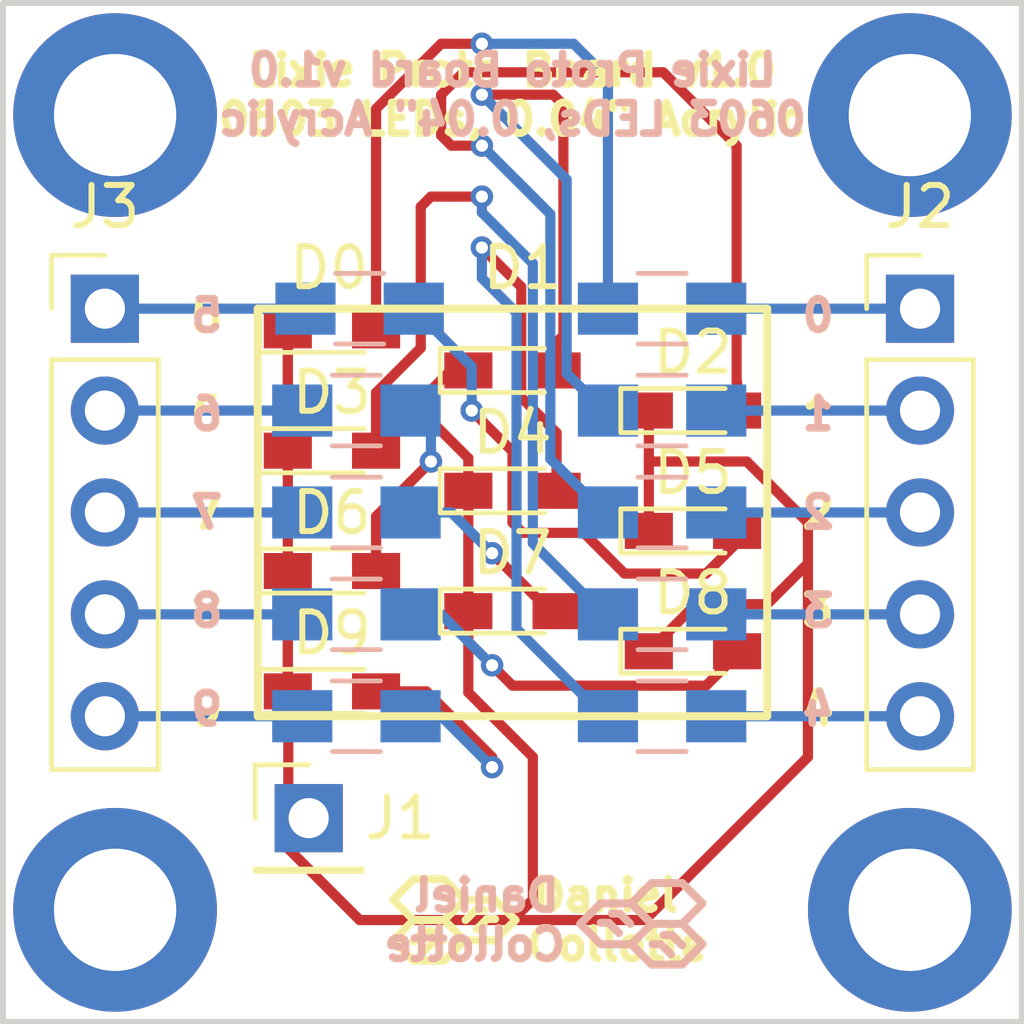
<source format=kicad_pcb>
(kicad_pcb (version 4) (host pcbnew 4.0.6)

  (general
    (links 30)
    (no_connects 0)
    (area 88.824999 91.364999 114.375001 116.915001)
    (thickness 1.6)
    (drawings 64)
    (tracks 134)
    (zones 0)
    (modules 23)
    (nets 22)
  )

  (page A4)
  (layers
    (0 F.Cu signal hide)
    (31 B.Cu signal)
    (32 B.Adhes user)
    (33 F.Adhes user hide)
    (34 B.Paste user)
    (35 F.Paste user hide)
    (36 B.SilkS user)
    (37 F.SilkS user)
    (38 B.Mask user)
    (39 F.Mask user hide)
    (40 Dwgs.User user)
    (41 Cmts.User user)
    (42 Eco1.User user)
    (43 Eco2.User user hide)
    (44 Edge.Cuts user)
    (45 Margin user)
    (46 B.CrtYd user)
    (47 F.CrtYd user hide)
    (48 B.Fab user hide)
    (49 F.Fab user)
  )

  (setup
    (last_trace_width 0.254)
    (user_trace_width 0.1524)
    (user_trace_width 0.254)
    (trace_clearance 0.1524)
    (zone_clearance 0.508)
    (zone_45_only no)
    (trace_min 0.1524)
    (segment_width 0.2)
    (edge_width 0.15)
    (via_size 0.5588)
    (via_drill 0.3048)
    (via_min_size 0.508)
    (via_min_drill 0.254)
    (user_via 0.5588 0.3048)
    (user_via 5.08 3.048)
    (uvia_size 0.3)
    (uvia_drill 0.1)
    (uvias_allowed no)
    (uvia_min_size 0.2)
    (uvia_min_drill 0.1)
    (pcb_text_width 0.3)
    (pcb_text_size 1.5 1.5)
    (mod_edge_width 0.15)
    (mod_text_size 1 1)
    (mod_text_width 0.15)
    (pad_size 1.524 1.524)
    (pad_drill 0.762)
    (pad_to_mask_clearance 0.2)
    (aux_axis_origin 88.9 116.84)
    (grid_origin 88.9 116.84)
    (visible_elements 7FFEB2DF)
    (pcbplotparams
      (layerselection 0x01030_80000001)
      (usegerberextensions false)
      (excludeedgelayer true)
      (linewidth 0.100000)
      (plotframeref false)
      (viasonmask false)
      (mode 1)
      (useauxorigin false)
      (hpglpennumber 1)
      (hpglpenspeed 20)
      (hpglpendiameter 15)
      (hpglpenoverlay 2)
      (psnegative false)
      (psa4output false)
      (plotreference true)
      (plotvalue true)
      (plotinvisibletext false)
      (padsonsilk false)
      (subtractmaskfromsilk false)
      (outputformat 1)
      (mirror false)
      (drillshape 0)
      (scaleselection 1)
      (outputdirectory R:/Dropbox/Lixie_Test/Gerbers/))
  )

  (net 0 "")
  (net 1 GND)
  (net 2 "Net-(D1-Pad2)")
  (net 3 "Net-(D2-Pad2)")
  (net 4 "Net-(D3-Pad2)")
  (net 5 "Net-(D4-Pad2)")
  (net 6 "Net-(D5-Pad2)")
  (net 7 "Net-(D6-Pad2)")
  (net 8 "Net-(D7-Pad2)")
  (net 9 "Net-(D8-Pad2)")
  (net 10 "Net-(D9-Pad2)")
  (net 11 "Net-(D0-Pad2)")
  (net 12 "Net-(J2-Pad1)")
  (net 13 "Net-(J2-Pad2)")
  (net 14 "Net-(J2-Pad3)")
  (net 15 "Net-(J2-Pad4)")
  (net 16 "Net-(J2-Pad5)")
  (net 17 "Net-(J3-Pad1)")
  (net 18 "Net-(J3-Pad2)")
  (net 19 "Net-(J3-Pad3)")
  (net 20 "Net-(J3-Pad4)")
  (net 21 "Net-(J3-Pad5)")

  (net_class Default "This is the default net class."
    (clearance 0.1524)
    (trace_width 0.254)
    (via_dia 0.5588)
    (via_drill 0.3048)
    (uvia_dia 0.3)
    (uvia_drill 0.1)
    (add_net GND)
    (add_net "Net-(D0-Pad2)")
    (add_net "Net-(D1-Pad2)")
    (add_net "Net-(D2-Pad2)")
    (add_net "Net-(D3-Pad2)")
    (add_net "Net-(D4-Pad2)")
    (add_net "Net-(D5-Pad2)")
    (add_net "Net-(D6-Pad2)")
    (add_net "Net-(D7-Pad2)")
    (add_net "Net-(D8-Pad2)")
    (add_net "Net-(D9-Pad2)")
    (add_net "Net-(J2-Pad1)")
    (add_net "Net-(J2-Pad2)")
    (add_net "Net-(J2-Pad3)")
    (add_net "Net-(J2-Pad4)")
    (add_net "Net-(J2-Pad5)")
    (add_net "Net-(J3-Pad1)")
    (add_net "Net-(J3-Pad2)")
    (add_net "Net-(J3-Pad3)")
    (add_net "Net-(J3-Pad4)")
    (add_net "Net-(J3-Pad5)")
  )

  (module LEDs:LED_0603_HandSoldering (layer F.Cu) (tedit 597D1DBB) (tstamp 597D0BC2)
    (at 101.6 100.6)
    (descr "LED SMD 0603, hand soldering")
    (tags "LED 0603")
    (path /597CDB6D)
    (attr smd)
    (fp_text reference D1 (at 0.254 -2.556) (layer F.SilkS)
      (effects (font (size 1 1) (thickness 0.15)))
    )
    (fp_text value LED (at 0 1.55) (layer F.Fab)
      (effects (font (size 1 1) (thickness 0.15)))
    )
    (fp_line (start -1.8 -0.55) (end -1.8 0.55) (layer F.SilkS) (width 0.12))
    (fp_line (start -0.2 -0.2) (end -0.2 0.2) (layer F.Fab) (width 0.1))
    (fp_line (start -0.15 0) (end 0.15 -0.2) (layer F.Fab) (width 0.1))
    (fp_line (start 0.15 0.2) (end -0.15 0) (layer F.Fab) (width 0.1))
    (fp_line (start 0.15 -0.2) (end 0.15 0.2) (layer F.Fab) (width 0.1))
    (fp_line (start 0.8 0.4) (end -0.8 0.4) (layer F.Fab) (width 0.1))
    (fp_line (start 0.8 -0.4) (end 0.8 0.4) (layer F.Fab) (width 0.1))
    (fp_line (start -0.8 -0.4) (end 0.8 -0.4) (layer F.Fab) (width 0.1))
    (fp_line (start -1.8 0.55) (end 0.8 0.55) (layer F.SilkS) (width 0.12))
    (fp_line (start -1.8 -0.55) (end 0.8 -0.55) (layer F.SilkS) (width 0.12))
    (fp_line (start -1.96 -0.7) (end 1.95 -0.7) (layer F.CrtYd) (width 0.05))
    (fp_line (start -1.96 -0.7) (end -1.96 0.7) (layer F.CrtYd) (width 0.05))
    (fp_line (start 1.95 0.7) (end 1.95 -0.7) (layer F.CrtYd) (width 0.05))
    (fp_line (start 1.95 0.7) (end -1.96 0.7) (layer F.CrtYd) (width 0.05))
    (fp_line (start -0.8 -0.4) (end -0.8 0.4) (layer F.Fab) (width 0.1))
    (pad 1 smd rect (at -1.1 0) (size 1.2 0.9) (layers F.Cu F.Paste F.Mask)
      (net 1 GND))
    (pad 2 smd rect (at 1.1 0) (size 1.2 0.9) (layers F.Cu F.Paste F.Mask)
      (net 2 "Net-(D1-Pad2)"))
    (model ${KISYS3DMOD}/LEDs.3dshapes/LED_0603.wrl
      (at (xyz 0 0 0))
      (scale (xyz 1 1 1))
      (rotate (xyz 0 0 180))
    )
  )

  (module LEDs:LED_0603_HandSoldering (layer F.Cu) (tedit 595FC9C0) (tstamp 597D0BD7)
    (at 106.1 101.6)
    (descr "LED SMD 0603, hand soldering")
    (tags "LED 0603")
    (path /597D05FE)
    (attr smd)
    (fp_text reference D2 (at 0 -1.45) (layer F.SilkS)
      (effects (font (size 1 1) (thickness 0.15)))
    )
    (fp_text value LED (at 0 1.55) (layer F.Fab)
      (effects (font (size 1 1) (thickness 0.15)))
    )
    (fp_line (start -1.8 -0.55) (end -1.8 0.55) (layer F.SilkS) (width 0.12))
    (fp_line (start -0.2 -0.2) (end -0.2 0.2) (layer F.Fab) (width 0.1))
    (fp_line (start -0.15 0) (end 0.15 -0.2) (layer F.Fab) (width 0.1))
    (fp_line (start 0.15 0.2) (end -0.15 0) (layer F.Fab) (width 0.1))
    (fp_line (start 0.15 -0.2) (end 0.15 0.2) (layer F.Fab) (width 0.1))
    (fp_line (start 0.8 0.4) (end -0.8 0.4) (layer F.Fab) (width 0.1))
    (fp_line (start 0.8 -0.4) (end 0.8 0.4) (layer F.Fab) (width 0.1))
    (fp_line (start -0.8 -0.4) (end 0.8 -0.4) (layer F.Fab) (width 0.1))
    (fp_line (start -1.8 0.55) (end 0.8 0.55) (layer F.SilkS) (width 0.12))
    (fp_line (start -1.8 -0.55) (end 0.8 -0.55) (layer F.SilkS) (width 0.12))
    (fp_line (start -1.96 -0.7) (end 1.95 -0.7) (layer F.CrtYd) (width 0.05))
    (fp_line (start -1.96 -0.7) (end -1.96 0.7) (layer F.CrtYd) (width 0.05))
    (fp_line (start 1.95 0.7) (end 1.95 -0.7) (layer F.CrtYd) (width 0.05))
    (fp_line (start 1.95 0.7) (end -1.96 0.7) (layer F.CrtYd) (width 0.05))
    (fp_line (start -0.8 -0.4) (end -0.8 0.4) (layer F.Fab) (width 0.1))
    (pad 1 smd rect (at -1.1 0) (size 1.2 0.9) (layers F.Cu F.Paste F.Mask)
      (net 1 GND))
    (pad 2 smd rect (at 1.1 0) (size 1.2 0.9) (layers F.Cu F.Paste F.Mask)
      (net 3 "Net-(D2-Pad2)"))
    (model ${KISYS3DMOD}/LEDs.3dshapes/LED_0603.wrl
      (at (xyz 0 0 0))
      (scale (xyz 1 1 1))
      (rotate (xyz 0 0 180))
    )
  )

  (module LEDs:LED_0603_HandSoldering (layer F.Cu) (tedit 595FC9C0) (tstamp 597D0BEC)
    (at 97.1 102.6)
    (descr "LED SMD 0603, hand soldering")
    (tags "LED 0603")
    (path /597D09EC)
    (attr smd)
    (fp_text reference D3 (at 0 -1.45) (layer F.SilkS)
      (effects (font (size 1 1) (thickness 0.15)))
    )
    (fp_text value LED (at 0 1.55) (layer F.Fab)
      (effects (font (size 1 1) (thickness 0.15)))
    )
    (fp_line (start -1.8 -0.55) (end -1.8 0.55) (layer F.SilkS) (width 0.12))
    (fp_line (start -0.2 -0.2) (end -0.2 0.2) (layer F.Fab) (width 0.1))
    (fp_line (start -0.15 0) (end 0.15 -0.2) (layer F.Fab) (width 0.1))
    (fp_line (start 0.15 0.2) (end -0.15 0) (layer F.Fab) (width 0.1))
    (fp_line (start 0.15 -0.2) (end 0.15 0.2) (layer F.Fab) (width 0.1))
    (fp_line (start 0.8 0.4) (end -0.8 0.4) (layer F.Fab) (width 0.1))
    (fp_line (start 0.8 -0.4) (end 0.8 0.4) (layer F.Fab) (width 0.1))
    (fp_line (start -0.8 -0.4) (end 0.8 -0.4) (layer F.Fab) (width 0.1))
    (fp_line (start -1.8 0.55) (end 0.8 0.55) (layer F.SilkS) (width 0.12))
    (fp_line (start -1.8 -0.55) (end 0.8 -0.55) (layer F.SilkS) (width 0.12))
    (fp_line (start -1.96 -0.7) (end 1.95 -0.7) (layer F.CrtYd) (width 0.05))
    (fp_line (start -1.96 -0.7) (end -1.96 0.7) (layer F.CrtYd) (width 0.05))
    (fp_line (start 1.95 0.7) (end 1.95 -0.7) (layer F.CrtYd) (width 0.05))
    (fp_line (start 1.95 0.7) (end -1.96 0.7) (layer F.CrtYd) (width 0.05))
    (fp_line (start -0.8 -0.4) (end -0.8 0.4) (layer F.Fab) (width 0.1))
    (pad 1 smd rect (at -1.1 0) (size 1.2 0.9) (layers F.Cu F.Paste F.Mask)
      (net 1 GND))
    (pad 2 smd rect (at 1.1 0) (size 1.2 0.9) (layers F.Cu F.Paste F.Mask)
      (net 4 "Net-(D3-Pad2)"))
    (model ${KISYS3DMOD}/LEDs.3dshapes/LED_0603.wrl
      (at (xyz 0 0 0))
      (scale (xyz 1 1 1))
      (rotate (xyz 0 0 180))
    )
  )

  (module LEDs:LED_0603_HandSoldering (layer F.Cu) (tedit 595FC9C0) (tstamp 597D0C01)
    (at 101.6 103.6)
    (descr "LED SMD 0603, hand soldering")
    (tags "LED 0603")
    (path /597D15C2)
    (attr smd)
    (fp_text reference D4 (at 0 -1.45) (layer F.SilkS)
      (effects (font (size 1 1) (thickness 0.15)))
    )
    (fp_text value LED (at 0 1.55) (layer F.Fab)
      (effects (font (size 1 1) (thickness 0.15)))
    )
    (fp_line (start -1.8 -0.55) (end -1.8 0.55) (layer F.SilkS) (width 0.12))
    (fp_line (start -0.2 -0.2) (end -0.2 0.2) (layer F.Fab) (width 0.1))
    (fp_line (start -0.15 0) (end 0.15 -0.2) (layer F.Fab) (width 0.1))
    (fp_line (start 0.15 0.2) (end -0.15 0) (layer F.Fab) (width 0.1))
    (fp_line (start 0.15 -0.2) (end 0.15 0.2) (layer F.Fab) (width 0.1))
    (fp_line (start 0.8 0.4) (end -0.8 0.4) (layer F.Fab) (width 0.1))
    (fp_line (start 0.8 -0.4) (end 0.8 0.4) (layer F.Fab) (width 0.1))
    (fp_line (start -0.8 -0.4) (end 0.8 -0.4) (layer F.Fab) (width 0.1))
    (fp_line (start -1.8 0.55) (end 0.8 0.55) (layer F.SilkS) (width 0.12))
    (fp_line (start -1.8 -0.55) (end 0.8 -0.55) (layer F.SilkS) (width 0.12))
    (fp_line (start -1.96 -0.7) (end 1.95 -0.7) (layer F.CrtYd) (width 0.05))
    (fp_line (start -1.96 -0.7) (end -1.96 0.7) (layer F.CrtYd) (width 0.05))
    (fp_line (start 1.95 0.7) (end 1.95 -0.7) (layer F.CrtYd) (width 0.05))
    (fp_line (start 1.95 0.7) (end -1.96 0.7) (layer F.CrtYd) (width 0.05))
    (fp_line (start -0.8 -0.4) (end -0.8 0.4) (layer F.Fab) (width 0.1))
    (pad 1 smd rect (at -1.1 0) (size 1.2 0.9) (layers F.Cu F.Paste F.Mask)
      (net 1 GND))
    (pad 2 smd rect (at 1.1 0) (size 1.2 0.9) (layers F.Cu F.Paste F.Mask)
      (net 5 "Net-(D4-Pad2)"))
    (model ${KISYS3DMOD}/LEDs.3dshapes/LED_0603.wrl
      (at (xyz 0 0 0))
      (scale (xyz 1 1 1))
      (rotate (xyz 0 0 180))
    )
  )

  (module LEDs:LED_0603_HandSoldering (layer F.Cu) (tedit 595FC9C0) (tstamp 597D0C16)
    (at 106.1 104.6)
    (descr "LED SMD 0603, hand soldering")
    (tags "LED 0603")
    (path /597D1548)
    (attr smd)
    (fp_text reference D5 (at 0 -1.45) (layer F.SilkS)
      (effects (font (size 1 1) (thickness 0.15)))
    )
    (fp_text value LED (at 0 1.55) (layer F.Fab)
      (effects (font (size 1 1) (thickness 0.15)))
    )
    (fp_line (start -1.8 -0.55) (end -1.8 0.55) (layer F.SilkS) (width 0.12))
    (fp_line (start -0.2 -0.2) (end -0.2 0.2) (layer F.Fab) (width 0.1))
    (fp_line (start -0.15 0) (end 0.15 -0.2) (layer F.Fab) (width 0.1))
    (fp_line (start 0.15 0.2) (end -0.15 0) (layer F.Fab) (width 0.1))
    (fp_line (start 0.15 -0.2) (end 0.15 0.2) (layer F.Fab) (width 0.1))
    (fp_line (start 0.8 0.4) (end -0.8 0.4) (layer F.Fab) (width 0.1))
    (fp_line (start 0.8 -0.4) (end 0.8 0.4) (layer F.Fab) (width 0.1))
    (fp_line (start -0.8 -0.4) (end 0.8 -0.4) (layer F.Fab) (width 0.1))
    (fp_line (start -1.8 0.55) (end 0.8 0.55) (layer F.SilkS) (width 0.12))
    (fp_line (start -1.8 -0.55) (end 0.8 -0.55) (layer F.SilkS) (width 0.12))
    (fp_line (start -1.96 -0.7) (end 1.95 -0.7) (layer F.CrtYd) (width 0.05))
    (fp_line (start -1.96 -0.7) (end -1.96 0.7) (layer F.CrtYd) (width 0.05))
    (fp_line (start 1.95 0.7) (end 1.95 -0.7) (layer F.CrtYd) (width 0.05))
    (fp_line (start 1.95 0.7) (end -1.96 0.7) (layer F.CrtYd) (width 0.05))
    (fp_line (start -0.8 -0.4) (end -0.8 0.4) (layer F.Fab) (width 0.1))
    (pad 1 smd rect (at -1.1 0) (size 1.2 0.9) (layers F.Cu F.Paste F.Mask)
      (net 1 GND))
    (pad 2 smd rect (at 1.1 0) (size 1.2 0.9) (layers F.Cu F.Paste F.Mask)
      (net 6 "Net-(D5-Pad2)"))
    (model ${KISYS3DMOD}/LEDs.3dshapes/LED_0603.wrl
      (at (xyz 0 0 0))
      (scale (xyz 1 1 1))
      (rotate (xyz 0 0 180))
    )
  )

  (module LEDs:LED_0603_HandSoldering (layer F.Cu) (tedit 595FC9C0) (tstamp 597D0C55)
    (at 106.1 107.6)
    (descr "LED SMD 0603, hand soldering")
    (tags "LED 0603")
    (path /597D08AC)
    (attr smd)
    (fp_text reference D8 (at 0 -1.45) (layer F.SilkS)
      (effects (font (size 1 1) (thickness 0.15)))
    )
    (fp_text value LED (at 0 1.55) (layer F.Fab)
      (effects (font (size 1 1) (thickness 0.15)))
    )
    (fp_line (start -1.8 -0.55) (end -1.8 0.55) (layer F.SilkS) (width 0.12))
    (fp_line (start -0.2 -0.2) (end -0.2 0.2) (layer F.Fab) (width 0.1))
    (fp_line (start -0.15 0) (end 0.15 -0.2) (layer F.Fab) (width 0.1))
    (fp_line (start 0.15 0.2) (end -0.15 0) (layer F.Fab) (width 0.1))
    (fp_line (start 0.15 -0.2) (end 0.15 0.2) (layer F.Fab) (width 0.1))
    (fp_line (start 0.8 0.4) (end -0.8 0.4) (layer F.Fab) (width 0.1))
    (fp_line (start 0.8 -0.4) (end 0.8 0.4) (layer F.Fab) (width 0.1))
    (fp_line (start -0.8 -0.4) (end 0.8 -0.4) (layer F.Fab) (width 0.1))
    (fp_line (start -1.8 0.55) (end 0.8 0.55) (layer F.SilkS) (width 0.12))
    (fp_line (start -1.8 -0.55) (end 0.8 -0.55) (layer F.SilkS) (width 0.12))
    (fp_line (start -1.96 -0.7) (end 1.95 -0.7) (layer F.CrtYd) (width 0.05))
    (fp_line (start -1.96 -0.7) (end -1.96 0.7) (layer F.CrtYd) (width 0.05))
    (fp_line (start 1.95 0.7) (end 1.95 -0.7) (layer F.CrtYd) (width 0.05))
    (fp_line (start 1.95 0.7) (end -1.96 0.7) (layer F.CrtYd) (width 0.05))
    (fp_line (start -0.8 -0.4) (end -0.8 0.4) (layer F.Fab) (width 0.1))
    (pad 1 smd rect (at -1.1 0) (size 1.2 0.9) (layers F.Cu F.Paste F.Mask)
      (net 1 GND))
    (pad 2 smd rect (at 1.1 0) (size 1.2 0.9) (layers F.Cu F.Paste F.Mask)
      (net 9 "Net-(D8-Pad2)"))
    (model ${KISYS3DMOD}/LEDs.3dshapes/LED_0603.wrl
      (at (xyz 0 0 0))
      (scale (xyz 1 1 1))
      (rotate (xyz 0 0 180))
    )
  )

  (module LEDs:LED_0603_HandSoldering (layer F.Cu) (tedit 595FC9C0) (tstamp 597D0C6A)
    (at 97.1 108.6)
    (descr "LED SMD 0603, hand soldering")
    (tags "LED 0603")
    (path /597D5115)
    (attr smd)
    (fp_text reference D9 (at 0 -1.45) (layer F.SilkS)
      (effects (font (size 1 1) (thickness 0.15)))
    )
    (fp_text value LED (at 0 1.55) (layer F.Fab)
      (effects (font (size 1 1) (thickness 0.15)))
    )
    (fp_line (start -1.8 -0.55) (end -1.8 0.55) (layer F.SilkS) (width 0.12))
    (fp_line (start -0.2 -0.2) (end -0.2 0.2) (layer F.Fab) (width 0.1))
    (fp_line (start -0.15 0) (end 0.15 -0.2) (layer F.Fab) (width 0.1))
    (fp_line (start 0.15 0.2) (end -0.15 0) (layer F.Fab) (width 0.1))
    (fp_line (start 0.15 -0.2) (end 0.15 0.2) (layer F.Fab) (width 0.1))
    (fp_line (start 0.8 0.4) (end -0.8 0.4) (layer F.Fab) (width 0.1))
    (fp_line (start 0.8 -0.4) (end 0.8 0.4) (layer F.Fab) (width 0.1))
    (fp_line (start -0.8 -0.4) (end 0.8 -0.4) (layer F.Fab) (width 0.1))
    (fp_line (start -1.8 0.55) (end 0.8 0.55) (layer F.SilkS) (width 0.12))
    (fp_line (start -1.8 -0.55) (end 0.8 -0.55) (layer F.SilkS) (width 0.12))
    (fp_line (start -1.96 -0.7) (end 1.95 -0.7) (layer F.CrtYd) (width 0.05))
    (fp_line (start -1.96 -0.7) (end -1.96 0.7) (layer F.CrtYd) (width 0.05))
    (fp_line (start 1.95 0.7) (end 1.95 -0.7) (layer F.CrtYd) (width 0.05))
    (fp_line (start 1.95 0.7) (end -1.96 0.7) (layer F.CrtYd) (width 0.05))
    (fp_line (start -0.8 -0.4) (end -0.8 0.4) (layer F.Fab) (width 0.1))
    (pad 1 smd rect (at -1.1 0) (size 1.2 0.9) (layers F.Cu F.Paste F.Mask)
      (net 1 GND))
    (pad 2 smd rect (at 1.1 0) (size 1.2 0.9) (layers F.Cu F.Paste F.Mask)
      (net 10 "Net-(D9-Pad2)"))
    (model ${KISYS3DMOD}/LEDs.3dshapes/LED_0603.wrl
      (at (xyz 0 0 0))
      (scale (xyz 1 1 1))
      (rotate (xyz 0 0 180))
    )
  )

  (module Resistors_SMD:R_0805_HandSoldering (layer B.Cu) (tedit 597D2B99) (tstamp 597D0E32)
    (at 105.33 99.06 180)
    (descr "Resistor SMD 0805, hand soldering")
    (tags "resistor 0805")
    (path /597D198E)
    (attr smd)
    (fp_text reference R1 (at 0 1.7 180) (layer B.SilkS) hide
      (effects (font (size 1 1) (thickness 0.15)) (justify mirror))
    )
    (fp_text value R (at 0 -1.75 180) (layer B.Fab)
      (effects (font (size 1 1) (thickness 0.15)) (justify mirror))
    )
    (fp_text user %R (at 1.4 -0.1 180) (layer B.Fab)
      (effects (font (size 0.5 0.5) (thickness 0.075)) (justify mirror))
    )
    (fp_line (start -1 -0.62) (end -1 0.62) (layer B.Fab) (width 0.1))
    (fp_line (start 1 -0.62) (end -1 -0.62) (layer B.Fab) (width 0.1))
    (fp_line (start 1 0.62) (end 1 -0.62) (layer B.Fab) (width 0.1))
    (fp_line (start -1 0.62) (end 1 0.62) (layer B.Fab) (width 0.1))
    (fp_line (start 0.6 -0.88) (end -0.6 -0.88) (layer B.SilkS) (width 0.12))
    (fp_line (start -0.6 0.88) (end 0.6 0.88) (layer B.SilkS) (width 0.12))
    (fp_line (start -2.35 0.9) (end 2.35 0.9) (layer B.CrtYd) (width 0.05))
    (fp_line (start -2.35 0.9) (end -2.35 -0.9) (layer B.CrtYd) (width 0.05))
    (fp_line (start 2.35 -0.9) (end 2.35 0.9) (layer B.CrtYd) (width 0.05))
    (fp_line (start 2.35 -0.9) (end -2.35 -0.9) (layer B.CrtYd) (width 0.05))
    (pad 1 smd rect (at -1.35 0 180) (size 1.5 1.3) (layers B.Cu B.Paste B.Mask)
      (net 12 "Net-(J2-Pad1)"))
    (pad 2 smd rect (at 1.35 0 180) (size 1.5 1.3) (layers B.Cu B.Paste B.Mask)
      (net 11 "Net-(D0-Pad2)"))
    (model ${KISYS3DMOD}/Resistors_SMD.3dshapes/R_0805.wrl
      (at (xyz 0 0 0))
      (scale (xyz 1 1 1))
      (rotate (xyz 0 0 0))
    )
  )

  (module Resistors_SMD:R_0805_HandSoldering (layer B.Cu) (tedit 597D2B9C) (tstamp 597D0E43)
    (at 105.33 101.6 180)
    (descr "Resistor SMD 0805, hand soldering")
    (tags "resistor 0805")
    (path /597D2195)
    (attr smd)
    (fp_text reference R2 (at 0 1.7 180) (layer B.SilkS) hide
      (effects (font (size 1 1) (thickness 0.15)) (justify mirror))
    )
    (fp_text value R (at 0 -1.75 180) (layer B.Fab)
      (effects (font (size 1 1) (thickness 0.15)) (justify mirror))
    )
    (fp_text user %R (at 0 0 180) (layer B.Fab)
      (effects (font (size 0.5 0.5) (thickness 0.075)) (justify mirror))
    )
    (fp_line (start -1 -0.62) (end -1 0.62) (layer B.Fab) (width 0.1))
    (fp_line (start 1 -0.62) (end -1 -0.62) (layer B.Fab) (width 0.1))
    (fp_line (start 1 0.62) (end 1 -0.62) (layer B.Fab) (width 0.1))
    (fp_line (start -1 0.62) (end 1 0.62) (layer B.Fab) (width 0.1))
    (fp_line (start 0.6 -0.88) (end -0.6 -0.88) (layer B.SilkS) (width 0.12))
    (fp_line (start -0.6 0.88) (end 0.6 0.88) (layer B.SilkS) (width 0.12))
    (fp_line (start -2.35 0.9) (end 2.35 0.9) (layer B.CrtYd) (width 0.05))
    (fp_line (start -2.35 0.9) (end -2.35 -0.9) (layer B.CrtYd) (width 0.05))
    (fp_line (start 2.35 -0.9) (end 2.35 0.9) (layer B.CrtYd) (width 0.05))
    (fp_line (start 2.35 -0.9) (end -2.35 -0.9) (layer B.CrtYd) (width 0.05))
    (pad 1 smd rect (at -1.35 0 180) (size 1.5 1.3) (layers B.Cu B.Paste B.Mask)
      (net 13 "Net-(J2-Pad2)"))
    (pad 2 smd rect (at 1.35 0 180) (size 1.5 1.3) (layers B.Cu B.Paste B.Mask)
      (net 2 "Net-(D1-Pad2)"))
    (model ${KISYS3DMOD}/Resistors_SMD.3dshapes/R_0805.wrl
      (at (xyz 0 0 0))
      (scale (xyz 1 1 1))
      (rotate (xyz 0 0 0))
    )
  )

  (module Resistors_SMD:R_0805_HandSoldering (layer B.Cu) (tedit 597D2B9F) (tstamp 597D0E54)
    (at 105.33 104.14 180)
    (descr "Resistor SMD 0805, hand soldering")
    (tags "resistor 0805")
    (path /597D21D0)
    (attr smd)
    (fp_text reference R3 (at 0 1.7 180) (layer B.SilkS) hide
      (effects (font (size 1 1) (thickness 0.15)) (justify mirror))
    )
    (fp_text value R (at 0 -1.75 180) (layer B.Fab)
      (effects (font (size 1 1) (thickness 0.15)) (justify mirror))
    )
    (fp_text user %R (at 0 0 180) (layer B.Fab)
      (effects (font (size 0.5 0.5) (thickness 0.075)) (justify mirror))
    )
    (fp_line (start -1 -0.62) (end -1 0.62) (layer B.Fab) (width 0.1))
    (fp_line (start 1 -0.62) (end -1 -0.62) (layer B.Fab) (width 0.1))
    (fp_line (start 1 0.62) (end 1 -0.62) (layer B.Fab) (width 0.1))
    (fp_line (start -1 0.62) (end 1 0.62) (layer B.Fab) (width 0.1))
    (fp_line (start 0.6 -0.88) (end -0.6 -0.88) (layer B.SilkS) (width 0.12))
    (fp_line (start -0.6 0.88) (end 0.6 0.88) (layer B.SilkS) (width 0.12))
    (fp_line (start -2.35 0.9) (end 2.35 0.9) (layer B.CrtYd) (width 0.05))
    (fp_line (start -2.35 0.9) (end -2.35 -0.9) (layer B.CrtYd) (width 0.05))
    (fp_line (start 2.35 -0.9) (end 2.35 0.9) (layer B.CrtYd) (width 0.05))
    (fp_line (start 2.35 -0.9) (end -2.35 -0.9) (layer B.CrtYd) (width 0.05))
    (pad 1 smd rect (at -1.35 0 180) (size 1.5 1.3) (layers B.Cu B.Paste B.Mask)
      (net 14 "Net-(J2-Pad3)"))
    (pad 2 smd rect (at 1.35 0 180) (size 1.5 1.3) (layers B.Cu B.Paste B.Mask)
      (net 3 "Net-(D2-Pad2)"))
    (model ${KISYS3DMOD}/Resistors_SMD.3dshapes/R_0805.wrl
      (at (xyz 0 0 0))
      (scale (xyz 1 1 1))
      (rotate (xyz 0 0 0))
    )
  )

  (module Resistors_SMD:R_0805_HandSoldering (layer B.Cu) (tedit 597D2BA1) (tstamp 597D0E65)
    (at 105.33 106.68 180)
    (descr "Resistor SMD 0805, hand soldering")
    (tags "resistor 0805")
    (path /597D224E)
    (attr smd)
    (fp_text reference R4 (at 0 1.7 180) (layer B.SilkS) hide
      (effects (font (size 1 1) (thickness 0.15)) (justify mirror))
    )
    (fp_text value R (at 0 -1.75 180) (layer B.Fab)
      (effects (font (size 1 1) (thickness 0.15)) (justify mirror))
    )
    (fp_text user %R (at 0 0 180) (layer B.Fab)
      (effects (font (size 0.5 0.5) (thickness 0.075)) (justify mirror))
    )
    (fp_line (start -1 -0.62) (end -1 0.62) (layer B.Fab) (width 0.1))
    (fp_line (start 1 -0.62) (end -1 -0.62) (layer B.Fab) (width 0.1))
    (fp_line (start 1 0.62) (end 1 -0.62) (layer B.Fab) (width 0.1))
    (fp_line (start -1 0.62) (end 1 0.62) (layer B.Fab) (width 0.1))
    (fp_line (start 0.6 -0.88) (end -0.6 -0.88) (layer B.SilkS) (width 0.12))
    (fp_line (start -0.6 0.88) (end 0.6 0.88) (layer B.SilkS) (width 0.12))
    (fp_line (start -2.35 0.9) (end 2.35 0.9) (layer B.CrtYd) (width 0.05))
    (fp_line (start -2.35 0.9) (end -2.35 -0.9) (layer B.CrtYd) (width 0.05))
    (fp_line (start 2.35 -0.9) (end 2.35 0.9) (layer B.CrtYd) (width 0.05))
    (fp_line (start 2.35 -0.9) (end -2.35 -0.9) (layer B.CrtYd) (width 0.05))
    (pad 1 smd rect (at -1.35 0 180) (size 1.5 1.3) (layers B.Cu B.Paste B.Mask)
      (net 15 "Net-(J2-Pad4)"))
    (pad 2 smd rect (at 1.35 0 180) (size 1.5 1.3) (layers B.Cu B.Paste B.Mask)
      (net 4 "Net-(D3-Pad2)"))
    (model ${KISYS3DMOD}/Resistors_SMD.3dshapes/R_0805.wrl
      (at (xyz 0 0 0))
      (scale (xyz 1 1 1))
      (rotate (xyz 0 0 0))
    )
  )

  (module Resistors_SMD:R_0805_HandSoldering (layer B.Cu) (tedit 597D2BA3) (tstamp 597D0E76)
    (at 105.33 109.22 180)
    (descr "Resistor SMD 0805, hand soldering")
    (tags "resistor 0805")
    (path /597D22BD)
    (attr smd)
    (fp_text reference R5 (at 0 1.7 180) (layer B.SilkS) hide
      (effects (font (size 1 1) (thickness 0.15)) (justify mirror))
    )
    (fp_text value R (at 0 -1.75 180) (layer B.Fab)
      (effects (font (size 1 1) (thickness 0.15)) (justify mirror))
    )
    (fp_text user %R (at 0 0 180) (layer B.Fab)
      (effects (font (size 0.5 0.5) (thickness 0.075)) (justify mirror))
    )
    (fp_line (start -1 -0.62) (end -1 0.62) (layer B.Fab) (width 0.1))
    (fp_line (start 1 -0.62) (end -1 -0.62) (layer B.Fab) (width 0.1))
    (fp_line (start 1 0.62) (end 1 -0.62) (layer B.Fab) (width 0.1))
    (fp_line (start -1 0.62) (end 1 0.62) (layer B.Fab) (width 0.1))
    (fp_line (start 0.6 -0.88) (end -0.6 -0.88) (layer B.SilkS) (width 0.12))
    (fp_line (start -0.6 0.88) (end 0.6 0.88) (layer B.SilkS) (width 0.12))
    (fp_line (start -2.35 0.9) (end 2.35 0.9) (layer B.CrtYd) (width 0.05))
    (fp_line (start -2.35 0.9) (end -2.35 -0.9) (layer B.CrtYd) (width 0.05))
    (fp_line (start 2.35 -0.9) (end 2.35 0.9) (layer B.CrtYd) (width 0.05))
    (fp_line (start 2.35 -0.9) (end -2.35 -0.9) (layer B.CrtYd) (width 0.05))
    (pad 1 smd rect (at -1.35 0 180) (size 1.5 1.3) (layers B.Cu B.Paste B.Mask)
      (net 16 "Net-(J2-Pad5)"))
    (pad 2 smd rect (at 1.35 0 180) (size 1.5 1.3) (layers B.Cu B.Paste B.Mask)
      (net 5 "Net-(D4-Pad2)"))
    (model ${KISYS3DMOD}/Resistors_SMD.3dshapes/R_0805.wrl
      (at (xyz 0 0 0))
      (scale (xyz 1 1 1))
      (rotate (xyz 0 0 0))
    )
  )

  (module Resistors_SMD:R_0805_HandSoldering (layer B.Cu) (tedit 597D2BB3) (tstamp 597D0E87)
    (at 97.79 99.06)
    (descr "Resistor SMD 0805, hand soldering")
    (tags "resistor 0805")
    (path /597D233D)
    (attr smd)
    (fp_text reference R6 (at 0 1.7) (layer B.SilkS) hide
      (effects (font (size 1 1) (thickness 0.15)) (justify mirror))
    )
    (fp_text value R (at 0 -1.75) (layer B.Fab)
      (effects (font (size 1 1) (thickness 0.15)) (justify mirror))
    )
    (fp_text user %R (at 0 0) (layer B.Fab)
      (effects (font (size 0.5 0.5) (thickness 0.075)) (justify mirror))
    )
    (fp_line (start -1 -0.62) (end -1 0.62) (layer B.Fab) (width 0.1))
    (fp_line (start 1 -0.62) (end -1 -0.62) (layer B.Fab) (width 0.1))
    (fp_line (start 1 0.62) (end 1 -0.62) (layer B.Fab) (width 0.1))
    (fp_line (start -1 0.62) (end 1 0.62) (layer B.Fab) (width 0.1))
    (fp_line (start 0.6 -0.88) (end -0.6 -0.88) (layer B.SilkS) (width 0.12))
    (fp_line (start -0.6 0.88) (end 0.6 0.88) (layer B.SilkS) (width 0.12))
    (fp_line (start -2.35 0.9) (end 2.35 0.9) (layer B.CrtYd) (width 0.05))
    (fp_line (start -2.35 0.9) (end -2.35 -0.9) (layer B.CrtYd) (width 0.05))
    (fp_line (start 2.35 -0.9) (end 2.35 0.9) (layer B.CrtYd) (width 0.05))
    (fp_line (start 2.35 -0.9) (end -2.35 -0.9) (layer B.CrtYd) (width 0.05))
    (pad 1 smd rect (at -1.35 0) (size 1.5 1.3) (layers B.Cu B.Paste B.Mask)
      (net 17 "Net-(J3-Pad1)"))
    (pad 2 smd rect (at 1.35 0) (size 1.5 1.3) (layers B.Cu B.Paste B.Mask)
      (net 6 "Net-(D5-Pad2)"))
    (model ${KISYS3DMOD}/Resistors_SMD.3dshapes/R_0805.wrl
      (at (xyz 0 0 0))
      (scale (xyz 1 1 1))
      (rotate (xyz 0 0 0))
    )
  )

  (module Resistors_SMD:R_0805_HandSoldering (layer B.Cu) (tedit 597D2BB1) (tstamp 597D0E98)
    (at 97.71 101.6)
    (descr "Resistor SMD 0805, hand soldering")
    (tags "resistor 0805")
    (path /597D23B2)
    (attr smd)
    (fp_text reference R7 (at 0 1.7) (layer B.SilkS) hide
      (effects (font (size 1 1) (thickness 0.15)) (justify mirror))
    )
    (fp_text value R (at 0 -1.75) (layer B.Fab)
      (effects (font (size 1 1) (thickness 0.15)) (justify mirror))
    )
    (fp_text user %R (at 0 0) (layer B.Fab)
      (effects (font (size 0.5 0.5) (thickness 0.075)) (justify mirror))
    )
    (fp_line (start -1 -0.62) (end -1 0.62) (layer B.Fab) (width 0.1))
    (fp_line (start 1 -0.62) (end -1 -0.62) (layer B.Fab) (width 0.1))
    (fp_line (start 1 0.62) (end 1 -0.62) (layer B.Fab) (width 0.1))
    (fp_line (start -1 0.62) (end 1 0.62) (layer B.Fab) (width 0.1))
    (fp_line (start 0.6 -0.88) (end -0.6 -0.88) (layer B.SilkS) (width 0.12))
    (fp_line (start -0.6 0.88) (end 0.6 0.88) (layer B.SilkS) (width 0.12))
    (fp_line (start -2.35 0.9) (end 2.35 0.9) (layer B.CrtYd) (width 0.05))
    (fp_line (start -2.35 0.9) (end -2.35 -0.9) (layer B.CrtYd) (width 0.05))
    (fp_line (start 2.35 -0.9) (end 2.35 0.9) (layer B.CrtYd) (width 0.05))
    (fp_line (start 2.35 -0.9) (end -2.35 -0.9) (layer B.CrtYd) (width 0.05))
    (pad 1 smd rect (at -1.35 0) (size 1.5 1.3) (layers B.Cu B.Paste B.Mask)
      (net 18 "Net-(J3-Pad2)"))
    (pad 2 smd rect (at 1.35 0) (size 1.5 1.3) (layers B.Cu B.Paste B.Mask)
      (net 7 "Net-(D6-Pad2)"))
    (model ${KISYS3DMOD}/Resistors_SMD.3dshapes/R_0805.wrl
      (at (xyz 0 0 0))
      (scale (xyz 1 1 1))
      (rotate (xyz 0 0 0))
    )
  )

  (module Resistors_SMD:R_0805_HandSoldering (layer B.Cu) (tedit 597D2BAB) (tstamp 597D0EA9)
    (at 97.71 104.14)
    (descr "Resistor SMD 0805, hand soldering")
    (tags "resistor 0805")
    (path /597D2414)
    (attr smd)
    (fp_text reference R8 (at 0 1.7) (layer B.SilkS) hide
      (effects (font (size 1 1) (thickness 0.15)) (justify mirror))
    )
    (fp_text value R (at 0 -1.75) (layer B.Fab)
      (effects (font (size 1 1) (thickness 0.15)) (justify mirror))
    )
    (fp_text user %R (at 0 0) (layer B.Fab)
      (effects (font (size 0.5 0.5) (thickness 0.075)) (justify mirror))
    )
    (fp_line (start -1 -0.62) (end -1 0.62) (layer B.Fab) (width 0.1))
    (fp_line (start 1 -0.62) (end -1 -0.62) (layer B.Fab) (width 0.1))
    (fp_line (start 1 0.62) (end 1 -0.62) (layer B.Fab) (width 0.1))
    (fp_line (start -1 0.62) (end 1 0.62) (layer B.Fab) (width 0.1))
    (fp_line (start 0.6 -0.88) (end -0.6 -0.88) (layer B.SilkS) (width 0.12))
    (fp_line (start -0.6 0.88) (end 0.6 0.88) (layer B.SilkS) (width 0.12))
    (fp_line (start -2.35 0.9) (end 2.35 0.9) (layer B.CrtYd) (width 0.05))
    (fp_line (start -2.35 0.9) (end -2.35 -0.9) (layer B.CrtYd) (width 0.05))
    (fp_line (start 2.35 -0.9) (end 2.35 0.9) (layer B.CrtYd) (width 0.05))
    (fp_line (start 2.35 -0.9) (end -2.35 -0.9) (layer B.CrtYd) (width 0.05))
    (pad 1 smd rect (at -1.35 0) (size 1.5 1.3) (layers B.Cu B.Paste B.Mask)
      (net 19 "Net-(J3-Pad3)"))
    (pad 2 smd rect (at 1.35 0) (size 1.5 1.3) (layers B.Cu B.Paste B.Mask)
      (net 8 "Net-(D7-Pad2)"))
    (model ${KISYS3DMOD}/Resistors_SMD.3dshapes/R_0805.wrl
      (at (xyz 0 0 0))
      (scale (xyz 1 1 1))
      (rotate (xyz 0 0 0))
    )
  )

  (module Resistors_SMD:R_0805_HandSoldering (layer B.Cu) (tedit 597D2BA6) (tstamp 597D0EBA)
    (at 97.71 106.68)
    (descr "Resistor SMD 0805, hand soldering")
    (tags "resistor 0805")
    (path /597D2487)
    (attr smd)
    (fp_text reference R9 (at 0 1.7) (layer B.SilkS) hide
      (effects (font (size 1 1) (thickness 0.15)) (justify mirror))
    )
    (fp_text value R (at 0 -1.75) (layer B.Fab)
      (effects (font (size 1 1) (thickness 0.15)) (justify mirror))
    )
    (fp_text user %R (at 0 0) (layer B.Fab)
      (effects (font (size 0.5 0.5) (thickness 0.075)) (justify mirror))
    )
    (fp_line (start -1 -0.62) (end -1 0.62) (layer B.Fab) (width 0.1))
    (fp_line (start 1 -0.62) (end -1 -0.62) (layer B.Fab) (width 0.1))
    (fp_line (start 1 0.62) (end 1 -0.62) (layer B.Fab) (width 0.1))
    (fp_line (start -1 0.62) (end 1 0.62) (layer B.Fab) (width 0.1))
    (fp_line (start 0.6 -0.88) (end -0.6 -0.88) (layer B.SilkS) (width 0.12))
    (fp_line (start -0.6 0.88) (end 0.6 0.88) (layer B.SilkS) (width 0.12))
    (fp_line (start -2.35 0.9) (end 2.35 0.9) (layer B.CrtYd) (width 0.05))
    (fp_line (start -2.35 0.9) (end -2.35 -0.9) (layer B.CrtYd) (width 0.05))
    (fp_line (start 2.35 -0.9) (end 2.35 0.9) (layer B.CrtYd) (width 0.05))
    (fp_line (start 2.35 -0.9) (end -2.35 -0.9) (layer B.CrtYd) (width 0.05))
    (pad 1 smd rect (at -1.35 0) (size 1.5 1.3) (layers B.Cu B.Paste B.Mask)
      (net 20 "Net-(J3-Pad4)"))
    (pad 2 smd rect (at 1.35 0) (size 1.5 1.3) (layers B.Cu B.Paste B.Mask)
      (net 9 "Net-(D8-Pad2)"))
    (model ${KISYS3DMOD}/Resistors_SMD.3dshapes/R_0805.wrl
      (at (xyz 0 0 0))
      (scale (xyz 1 1 1))
      (rotate (xyz 0 0 0))
    )
  )

  (module Resistors_SMD:R_0805_HandSoldering (layer B.Cu) (tedit 597D2BA9) (tstamp 597D0ECB)
    (at 97.71 109.22)
    (descr "Resistor SMD 0805, hand soldering")
    (tags "resistor 0805")
    (path /597D51E5)
    (attr smd)
    (fp_text reference R10 (at 0 1.7) (layer B.SilkS) hide
      (effects (font (size 1 1) (thickness 0.15)) (justify mirror))
    )
    (fp_text value R (at 0 -1.75) (layer B.Fab)
      (effects (font (size 1 1) (thickness 0.15)) (justify mirror))
    )
    (fp_text user %R (at 0 0) (layer B.Fab)
      (effects (font (size 0.5 0.5) (thickness 0.075)) (justify mirror))
    )
    (fp_line (start -1 -0.62) (end -1 0.62) (layer B.Fab) (width 0.1))
    (fp_line (start 1 -0.62) (end -1 -0.62) (layer B.Fab) (width 0.1))
    (fp_line (start 1 0.62) (end 1 -0.62) (layer B.Fab) (width 0.1))
    (fp_line (start -1 0.62) (end 1 0.62) (layer B.Fab) (width 0.1))
    (fp_line (start 0.6 -0.88) (end -0.6 -0.88) (layer B.SilkS) (width 0.12))
    (fp_line (start -0.6 0.88) (end 0.6 0.88) (layer B.SilkS) (width 0.12))
    (fp_line (start -2.35 0.9) (end 2.35 0.9) (layer B.CrtYd) (width 0.05))
    (fp_line (start -2.35 0.9) (end -2.35 -0.9) (layer B.CrtYd) (width 0.05))
    (fp_line (start 2.35 -0.9) (end 2.35 0.9) (layer B.CrtYd) (width 0.05))
    (fp_line (start 2.35 -0.9) (end -2.35 -0.9) (layer B.CrtYd) (width 0.05))
    (pad 1 smd rect (at -1.35 0) (size 1.5 1.3) (layers B.Cu B.Paste B.Mask)
      (net 21 "Net-(J3-Pad5)"))
    (pad 2 smd rect (at 1.35 0) (size 1.5 1.3) (layers B.Cu B.Paste B.Mask)
      (net 10 "Net-(D9-Pad2)"))
    (model ${KISYS3DMOD}/Resistors_SMD.3dshapes/R_0805.wrl
      (at (xyz 0 0 0))
      (scale (xyz 1 1 1))
      (rotate (xyz 0 0 0))
    )
  )

  (module LEDs:LED_0603_HandSoldering (layer F.Cu) (tedit 595FC9C0) (tstamp 597D0AFE)
    (at 97.1 105.6)
    (descr "LED SMD 0603, hand soldering")
    (tags "LED 0603")
    (path /597D1657)
    (attr smd)
    (fp_text reference D6 (at 0 -1.45) (layer F.SilkS)
      (effects (font (size 1 1) (thickness 0.15)))
    )
    (fp_text value LED (at 0 1.55) (layer F.Fab)
      (effects (font (size 1 1) (thickness 0.15)))
    )
    (fp_line (start -1.8 -0.55) (end -1.8 0.55) (layer F.SilkS) (width 0.12))
    (fp_line (start -0.2 -0.2) (end -0.2 0.2) (layer F.Fab) (width 0.1))
    (fp_line (start -0.15 0) (end 0.15 -0.2) (layer F.Fab) (width 0.1))
    (fp_line (start 0.15 0.2) (end -0.15 0) (layer F.Fab) (width 0.1))
    (fp_line (start 0.15 -0.2) (end 0.15 0.2) (layer F.Fab) (width 0.1))
    (fp_line (start 0.8 0.4) (end -0.8 0.4) (layer F.Fab) (width 0.1))
    (fp_line (start 0.8 -0.4) (end 0.8 0.4) (layer F.Fab) (width 0.1))
    (fp_line (start -0.8 -0.4) (end 0.8 -0.4) (layer F.Fab) (width 0.1))
    (fp_line (start -1.8 0.55) (end 0.8 0.55) (layer F.SilkS) (width 0.12))
    (fp_line (start -1.8 -0.55) (end 0.8 -0.55) (layer F.SilkS) (width 0.12))
    (fp_line (start -1.96 -0.7) (end 1.95 -0.7) (layer F.CrtYd) (width 0.05))
    (fp_line (start -1.96 -0.7) (end -1.96 0.7) (layer F.CrtYd) (width 0.05))
    (fp_line (start 1.95 0.7) (end 1.95 -0.7) (layer F.CrtYd) (width 0.05))
    (fp_line (start 1.95 0.7) (end -1.96 0.7) (layer F.CrtYd) (width 0.05))
    (fp_line (start -0.8 -0.4) (end -0.8 0.4) (layer F.Fab) (width 0.1))
    (pad 1 smd rect (at -1.1 0) (size 1.2 0.9) (layers F.Cu F.Paste F.Mask)
      (net 1 GND))
    (pad 2 smd rect (at 1.1 0) (size 1.2 0.9) (layers F.Cu F.Paste F.Mask)
      (net 7 "Net-(D6-Pad2)"))
    (model ${KISYS3DMOD}/LEDs.3dshapes/LED_0603.wrl
      (at (xyz 0 0 0))
      (scale (xyz 1 1 1))
      (rotate (xyz 0 0 180))
    )
  )

  (module LEDs:LED_0603_HandSoldering (layer F.Cu) (tedit 595FC9C0) (tstamp 597D0B13)
    (at 101.6 106.6)
    (descr "LED SMD 0603, hand soldering")
    (tags "LED 0603")
    (path /597D160F)
    (attr smd)
    (fp_text reference D7 (at 0 -1.45) (layer F.SilkS)
      (effects (font (size 1 1) (thickness 0.15)))
    )
    (fp_text value LED (at 0 1.55) (layer F.Fab)
      (effects (font (size 1 1) (thickness 0.15)))
    )
    (fp_line (start -1.8 -0.55) (end -1.8 0.55) (layer F.SilkS) (width 0.12))
    (fp_line (start -0.2 -0.2) (end -0.2 0.2) (layer F.Fab) (width 0.1))
    (fp_line (start -0.15 0) (end 0.15 -0.2) (layer F.Fab) (width 0.1))
    (fp_line (start 0.15 0.2) (end -0.15 0) (layer F.Fab) (width 0.1))
    (fp_line (start 0.15 -0.2) (end 0.15 0.2) (layer F.Fab) (width 0.1))
    (fp_line (start 0.8 0.4) (end -0.8 0.4) (layer F.Fab) (width 0.1))
    (fp_line (start 0.8 -0.4) (end 0.8 0.4) (layer F.Fab) (width 0.1))
    (fp_line (start -0.8 -0.4) (end 0.8 -0.4) (layer F.Fab) (width 0.1))
    (fp_line (start -1.8 0.55) (end 0.8 0.55) (layer F.SilkS) (width 0.12))
    (fp_line (start -1.8 -0.55) (end 0.8 -0.55) (layer F.SilkS) (width 0.12))
    (fp_line (start -1.96 -0.7) (end 1.95 -0.7) (layer F.CrtYd) (width 0.05))
    (fp_line (start -1.96 -0.7) (end -1.96 0.7) (layer F.CrtYd) (width 0.05))
    (fp_line (start 1.95 0.7) (end 1.95 -0.7) (layer F.CrtYd) (width 0.05))
    (fp_line (start 1.95 0.7) (end -1.96 0.7) (layer F.CrtYd) (width 0.05))
    (fp_line (start -0.8 -0.4) (end -0.8 0.4) (layer F.Fab) (width 0.1))
    (pad 1 smd rect (at -1.1 0) (size 1.2 0.9) (layers F.Cu F.Paste F.Mask)
      (net 1 GND))
    (pad 2 smd rect (at 1.1 0) (size 1.2 0.9) (layers F.Cu F.Paste F.Mask)
      (net 8 "Net-(D7-Pad2)"))
    (model ${KISYS3DMOD}/LEDs.3dshapes/LED_0603.wrl
      (at (xyz 0 0 0))
      (scale (xyz 1 1 1))
      (rotate (xyz 0 0 180))
    )
  )

  (module LEDs:LED_0603_HandSoldering (layer F.Cu) (tedit 597D1DBC) (tstamp 597D0C76)
    (at 97.1 99.6)
    (descr "LED SMD 0603, hand soldering")
    (tags "LED 0603")
    (path /597D0875)
    (attr smd)
    (fp_text reference D0 (at -0.072 -1.556) (layer F.SilkS)
      (effects (font (size 1 1) (thickness 0.15)))
    )
    (fp_text value LED (at 0 1.55) (layer F.Fab)
      (effects (font (size 1 1) (thickness 0.15)))
    )
    (fp_line (start -1.8 -0.55) (end -1.8 0.55) (layer F.SilkS) (width 0.12))
    (fp_line (start -0.2 -0.2) (end -0.2 0.2) (layer F.Fab) (width 0.1))
    (fp_line (start -0.15 0) (end 0.15 -0.2) (layer F.Fab) (width 0.1))
    (fp_line (start 0.15 0.2) (end -0.15 0) (layer F.Fab) (width 0.1))
    (fp_line (start 0.15 -0.2) (end 0.15 0.2) (layer F.Fab) (width 0.1))
    (fp_line (start 0.8 0.4) (end -0.8 0.4) (layer F.Fab) (width 0.1))
    (fp_line (start 0.8 -0.4) (end 0.8 0.4) (layer F.Fab) (width 0.1))
    (fp_line (start -0.8 -0.4) (end 0.8 -0.4) (layer F.Fab) (width 0.1))
    (fp_line (start -1.8 0.55) (end 0.8 0.55) (layer F.SilkS) (width 0.12))
    (fp_line (start -1.8 -0.55) (end 0.8 -0.55) (layer F.SilkS) (width 0.12))
    (fp_line (start -1.96 -0.7) (end 1.95 -0.7) (layer F.CrtYd) (width 0.05))
    (fp_line (start -1.96 -0.7) (end -1.96 0.7) (layer F.CrtYd) (width 0.05))
    (fp_line (start 1.95 0.7) (end 1.95 -0.7) (layer F.CrtYd) (width 0.05))
    (fp_line (start 1.95 0.7) (end -1.96 0.7) (layer F.CrtYd) (width 0.05))
    (fp_line (start -0.8 -0.4) (end -0.8 0.4) (layer F.Fab) (width 0.1))
    (pad 1 smd rect (at -1.1 0) (size 1.2 0.9) (layers F.Cu F.Paste F.Mask)
      (net 1 GND))
    (pad 2 smd rect (at 1.1 0) (size 1.2 0.9) (layers F.Cu F.Paste F.Mask)
      (net 11 "Net-(D0-Pad2)"))
    (model ${KISYS3DMOD}/LEDs.3dshapes/LED_0603.wrl
      (at (xyz 0 0 0))
      (scale (xyz 1 1 1))
      (rotate (xyz 0 0 180))
    )
  )

  (module Pin_Headers:Pin_Header_Straight_1x01_Pitch2.54mm (layer F.Cu) (tedit 597D2342) (tstamp 597D0C77)
    (at 96.52 111.76)
    (descr "Through hole straight pin header, 1x01, 2.54mm pitch, single row")
    (tags "Through hole pin header THT 1x01 2.54mm single row")
    (path /597DB525)
    (fp_text reference J1 (at 2.286 0) (layer F.SilkS)
      (effects (font (size 1 1) (thickness 0.15)))
    )
    (fp_text value CONN_01X01 (at 0 2.33) (layer F.Fab)
      (effects (font (size 1 1) (thickness 0.15)))
    )
    (fp_line (start -0.635 -1.27) (end 1.27 -1.27) (layer F.Fab) (width 0.1))
    (fp_line (start 1.27 -1.27) (end 1.27 1.27) (layer F.Fab) (width 0.1))
    (fp_line (start 1.27 1.27) (end -1.27 1.27) (layer F.Fab) (width 0.1))
    (fp_line (start -1.27 1.27) (end -1.27 -0.635) (layer F.Fab) (width 0.1))
    (fp_line (start -1.27 -0.635) (end -0.635 -1.27) (layer F.Fab) (width 0.1))
    (fp_line (start -1.33 1.33) (end 1.33 1.33) (layer F.SilkS) (width 0.12))
    (fp_line (start -1.33 1.27) (end -1.33 1.33) (layer F.SilkS) (width 0.12))
    (fp_line (start 1.33 1.27) (end 1.33 1.33) (layer F.SilkS) (width 0.12))
    (fp_line (start -1.33 1.27) (end 1.33 1.27) (layer F.SilkS) (width 0.12))
    (fp_line (start -1.33 0) (end -1.33 -1.33) (layer F.SilkS) (width 0.12))
    (fp_line (start -1.33 -1.33) (end 0 -1.33) (layer F.SilkS) (width 0.12))
    (fp_line (start -1.8 -1.8) (end -1.8 1.8) (layer F.CrtYd) (width 0.05))
    (fp_line (start -1.8 1.8) (end 1.8 1.8) (layer F.CrtYd) (width 0.05))
    (fp_line (start 1.8 1.8) (end 1.8 -1.8) (layer F.CrtYd) (width 0.05))
    (fp_line (start 1.8 -1.8) (end -1.8 -1.8) (layer F.CrtYd) (width 0.05))
    (fp_text user %R (at 0 0 90) (layer F.Fab)
      (effects (font (size 1 1) (thickness 0.15)))
    )
    (pad 1 thru_hole rect (at 0 0) (size 1.7 1.7) (drill 1) (layers *.Cu *.Mask)
      (net 1 GND))
    (model ${KISYS3DMOD}/Pin_Headers.3dshapes/Pin_Header_Straight_1x01_Pitch2.54mm.wrl
      (at (xyz 0 0 0))
      (scale (xyz 1 1 1))
      (rotate (xyz 0 0 0))
    )
  )

  (module Pin_Headers:Pin_Header_Straight_1x05_Pitch2.54mm (layer F.Cu) (tedit 597D222D) (tstamp 597D0CA3)
    (at 111.76 99.06)
    (descr "Through hole straight pin header, 1x05, 2.54mm pitch, single row")
    (tags "Through hole pin header THT 1x05 2.54mm single row")
    (path /597DB3B2)
    (fp_text reference J2 (at 0 -2.54) (layer F.SilkS)
      (effects (font (size 1 1) (thickness 0.15)))
    )
    (fp_text value CONN_01X05 (at 0 12.49) (layer F.Fab)
      (effects (font (size 1 1) (thickness 0.15)))
    )
    (fp_line (start -0.635 -1.27) (end 1.27 -1.27) (layer F.Fab) (width 0.1))
    (fp_line (start 1.27 -1.27) (end 1.27 11.43) (layer F.Fab) (width 0.1))
    (fp_line (start 1.27 11.43) (end -1.27 11.43) (layer F.Fab) (width 0.1))
    (fp_line (start -1.27 11.43) (end -1.27 -0.635) (layer F.Fab) (width 0.1))
    (fp_line (start -1.27 -0.635) (end -0.635 -1.27) (layer F.Fab) (width 0.1))
    (fp_line (start -1.33 11.49) (end 1.33 11.49) (layer F.SilkS) (width 0.12))
    (fp_line (start -1.33 1.27) (end -1.33 11.49) (layer F.SilkS) (width 0.12))
    (fp_line (start 1.33 1.27) (end 1.33 11.49) (layer F.SilkS) (width 0.12))
    (fp_line (start -1.33 1.27) (end 1.33 1.27) (layer F.SilkS) (width 0.12))
    (fp_line (start -1.33 0) (end -1.33 -1.33) (layer F.SilkS) (width 0.12))
    (fp_line (start -1.33 -1.33) (end 0 -1.33) (layer F.SilkS) (width 0.12))
    (fp_line (start -1.8 -1.8) (end -1.8 11.95) (layer F.CrtYd) (width 0.05))
    (fp_line (start -1.8 11.95) (end 1.8 11.95) (layer F.CrtYd) (width 0.05))
    (fp_line (start 1.8 11.95) (end 1.8 -1.8) (layer F.CrtYd) (width 0.05))
    (fp_line (start 1.8 -1.8) (end -1.8 -1.8) (layer F.CrtYd) (width 0.05))
    (fp_text user %R (at 0 5.08 90) (layer F.Fab)
      (effects (font (size 1 1) (thickness 0.15)))
    )
    (pad 1 thru_hole rect (at 0 0) (size 1.7 1.7) (drill 1) (layers *.Cu *.Mask)
      (net 12 "Net-(J2-Pad1)"))
    (pad 2 thru_hole oval (at 0 2.54) (size 1.7 1.7) (drill 1) (layers *.Cu *.Mask)
      (net 13 "Net-(J2-Pad2)"))
    (pad 3 thru_hole oval (at 0 5.08) (size 1.7 1.7) (drill 1) (layers *.Cu *.Mask)
      (net 14 "Net-(J2-Pad3)"))
    (pad 4 thru_hole oval (at 0 7.62) (size 1.7 1.7) (drill 1) (layers *.Cu *.Mask)
      (net 15 "Net-(J2-Pad4)"))
    (pad 5 thru_hole oval (at 0 10.16) (size 1.7 1.7) (drill 1) (layers *.Cu *.Mask)
      (net 16 "Net-(J2-Pad5)"))
    (model ${KISYS3DMOD}/Pin_Headers.3dshapes/Pin_Header_Straight_1x05_Pitch2.54mm.wrl
      (at (xyz 0 0 0))
      (scale (xyz 1 1 1))
      (rotate (xyz 0 0 0))
    )
  )

  (module Pin_Headers:Pin_Header_Straight_1x05_Pitch2.54mm (layer F.Cu) (tedit 597D2232) (tstamp 597D0CBC)
    (at 91.44 99.06)
    (descr "Through hole straight pin header, 1x05, 2.54mm pitch, single row")
    (tags "Through hole pin header THT 1x05 2.54mm single row")
    (path /597DB4A3)
    (fp_text reference J3 (at 0 -2.54) (layer F.SilkS)
      (effects (font (size 1 1) (thickness 0.15)))
    )
    (fp_text value CONN_01X05 (at 0 12.49) (layer F.Fab)
      (effects (font (size 1 1) (thickness 0.15)))
    )
    (fp_line (start -0.635 -1.27) (end 1.27 -1.27) (layer F.Fab) (width 0.1))
    (fp_line (start 1.27 -1.27) (end 1.27 11.43) (layer F.Fab) (width 0.1))
    (fp_line (start 1.27 11.43) (end -1.27 11.43) (layer F.Fab) (width 0.1))
    (fp_line (start -1.27 11.43) (end -1.27 -0.635) (layer F.Fab) (width 0.1))
    (fp_line (start -1.27 -0.635) (end -0.635 -1.27) (layer F.Fab) (width 0.1))
    (fp_line (start -1.33 11.49) (end 1.33 11.49) (layer F.SilkS) (width 0.12))
    (fp_line (start -1.33 1.27) (end -1.33 11.49) (layer F.SilkS) (width 0.12))
    (fp_line (start 1.33 1.27) (end 1.33 11.49) (layer F.SilkS) (width 0.12))
    (fp_line (start -1.33 1.27) (end 1.33 1.27) (layer F.SilkS) (width 0.12))
    (fp_line (start -1.33 0) (end -1.33 -1.33) (layer F.SilkS) (width 0.12))
    (fp_line (start -1.33 -1.33) (end 0 -1.33) (layer F.SilkS) (width 0.12))
    (fp_line (start -1.8 -1.8) (end -1.8 11.95) (layer F.CrtYd) (width 0.05))
    (fp_line (start -1.8 11.95) (end 1.8 11.95) (layer F.CrtYd) (width 0.05))
    (fp_line (start 1.8 11.95) (end 1.8 -1.8) (layer F.CrtYd) (width 0.05))
    (fp_line (start 1.8 -1.8) (end -1.8 -1.8) (layer F.CrtYd) (width 0.05))
    (fp_text user %R (at 0 5.08 90) (layer F.Fab)
      (effects (font (size 1 1) (thickness 0.15)))
    )
    (pad 1 thru_hole rect (at 0 0) (size 1.7 1.7) (drill 1) (layers *.Cu *.Mask)
      (net 17 "Net-(J3-Pad1)"))
    (pad 2 thru_hole oval (at 0 2.54) (size 1.7 1.7) (drill 1) (layers *.Cu *.Mask)
      (net 18 "Net-(J3-Pad2)"))
    (pad 3 thru_hole oval (at 0 5.08) (size 1.7 1.7) (drill 1) (layers *.Cu *.Mask)
      (net 19 "Net-(J3-Pad3)"))
    (pad 4 thru_hole oval (at 0 7.62) (size 1.7 1.7) (drill 1) (layers *.Cu *.Mask)
      (net 20 "Net-(J3-Pad4)"))
    (pad 5 thru_hole oval (at 0 10.16) (size 1.7 1.7) (drill 1) (layers *.Cu *.Mask)
      (net 21 "Net-(J3-Pad5)"))
    (model ${KISYS3DMOD}/Pin_Headers.3dshapes/Pin_Header_Straight_1x05_Pitch2.54mm.wrl
      (at (xyz 0 0 0))
      (scale (xyz 1 1 1))
      (rotate (xyz 0 0 0))
    )
  )

  (gr_line (start 104.256147 114.623415) (end 104.002147 114.369415) (angle 90) (layer B.SilkS) (width 0.2) (tstamp 597D3027))
  (gr_line (start 103.290947 114.394815) (end 103.798947 114.902815) (angle 90) (layer B.SilkS) (width 0.2) (tstamp 597D3026))
  (gr_line (start 103.798947 113.886815) (end 103.290947 114.394815) (angle 90) (layer B.SilkS) (width 0.2) (tstamp 597D3025))
  (gr_line (start 103.798947 114.902815) (end 104.560947 114.902815) (angle 90) (layer B.SilkS) (width 0.2) (tstamp 597D3024))
  (gr_line (start 104.281547 114.140815) (end 104.078347 114.140815) (angle 90) (layer B.SilkS) (width 0.2) (tstamp 597D3023))
  (gr_text "Daniel \nCollotte" (at 100.6602 114.3) (layer B.SilkS) (tstamp 597D3022)
    (effects (font (size 0.762 0.762) (thickness 0.1905)) (justify mirror))
  )
  (gr_line (start 104.002147 114.369415) (end 103.798947 114.369415) (angle 90) (layer B.SilkS) (width 0.2) (tstamp 597D3021))
  (gr_line (start 104.560947 113.886815) (end 105.068947 114.394815) (angle 90) (layer B.SilkS) (width 0.2) (tstamp 597D3020))
  (gr_line (start 105.068947 113.378815) (end 104.560947 113.886815) (angle 90) (layer B.SilkS) (width 0.2) (tstamp 597D301F))
  (gr_line (start 105.068947 114.394815) (end 104.560947 113.886815) (angle 90) (layer B.SilkS) (width 0.2) (tstamp 597D301E))
  (gr_line (start 104.535547 114.394815) (end 104.281547 114.140815) (angle 90) (layer B.SilkS) (width 0.2) (tstamp 597D301D))
  (gr_line (start 104.560947 113.886815) (end 103.798947 113.886815) (angle 90) (layer B.SilkS) (width 0.2) (tstamp 597D301C))
  (gr_line (start 105.830947 114.928215) (end 105.576947 114.674215) (angle 90) (layer B.SilkS) (width 0.2) (tstamp 597D301B))
  (gr_line (start 105.068947 115.410815) (end 105.830947 115.410815) (angle 90) (layer B.SilkS) (width 0.2) (tstamp 597D301A))
  (gr_line (start 105.830947 115.410815) (end 106.338947 114.902815) (angle 90) (layer B.SilkS) (width 0.2) (tstamp 597D3019))
  (gr_line (start 105.551547 115.156815) (end 105.297547 114.902815) (angle 90) (layer B.SilkS) (width 0.2) (tstamp 597D3018))
  (gr_line (start 105.068947 114.394815) (end 104.560947 114.902815) (angle 90) (layer B.SilkS) (width 0.2) (tstamp 597D3017))
  (gr_line (start 104.560947 114.902815) (end 105.068947 115.410815) (angle 90) (layer B.SilkS) (width 0.2) (tstamp 597D3016))
  (gr_line (start 105.576947 114.674215) (end 105.373747 114.674215) (angle 90) (layer B.SilkS) (width 0.2) (tstamp 597D3015))
  (gr_line (start 105.297547 114.902815) (end 105.094347 114.902815) (angle 90) (layer B.SilkS) (width 0.2) (tstamp 597D3014))
  (gr_line (start 105.830947 113.378815) (end 105.068947 113.378815) (angle 90) (layer B.SilkS) (width 0.2) (tstamp 597D3013))
  (gr_line (start 106.338947 113.886815) (end 105.830947 113.378815) (angle 90) (layer B.SilkS) (width 0.2) (tstamp 597D3012))
  (gr_line (start 106.338947 114.902815) (end 105.830947 114.394815) (angle 90) (layer B.SilkS) (width 0.2) (tstamp 597D3011))
  (gr_line (start 105.830947 114.394815) (end 106.338947 113.886815) (angle 90) (layer B.SilkS) (width 0.2) (tstamp 597D3010))
  (gr_line (start 105.830947 114.394815) (end 105.068947 114.394815) (angle 90) (layer B.SilkS) (width 0.2) (tstamp 597D300F))
  (gr_line (start 100.6856 114.046) (end 100.8888 114.046) (angle 90) (layer F.SilkS) (width 0.2) (tstamp 597D2F6D))
  (gr_line (start 100.965 114.2746) (end 101.1682 114.2746) (angle 90) (layer F.SilkS) (width 0.2) (tstamp 597D2F6C))
  (gr_line (start 100.711 114.5286) (end 100.965 114.2746) (angle 90) (layer F.SilkS) (width 0.2) (tstamp 597D2F6B))
  (gr_line (start 100.4316 114.3) (end 100.6856 114.046) (angle 90) (layer F.SilkS) (width 0.2) (tstamp 597D2F6A))
  (gr_line (start 99.4156 115.062) (end 99.6696 114.808) (angle 90) (layer F.SilkS) (width 0.2) (tstamp 597D2F68))
  (gr_line (start 99.3902 114.5794) (end 99.5934 114.5794) (angle 90) (layer F.SilkS) (width 0.2) (tstamp 597D2F67))
  (gr_line (start 99.6696 114.808) (end 99.8728 114.808) (angle 90) (layer F.SilkS) (width 0.2) (tstamp 597D2F66))
  (gr_line (start 99.1362 114.8334) (end 99.3902 114.5794) (angle 90) (layer F.SilkS) (width 0.2) (tstamp 597D2F65))
  (gr_line (start 101.1682 114.808) (end 100.4062 114.808) (angle 90) (layer F.SilkS) (width 0.2))
  (gr_line (start 101.6762 114.3) (end 101.1682 114.808) (angle 90) (layer F.SilkS) (width 0.2))
  (gr_line (start 101.1682 113.792) (end 101.6762 114.3) (angle 90) (layer F.SilkS) (width 0.2))
  (gr_line (start 100.4062 113.792) (end 101.1682 113.792) (angle 90) (layer F.SilkS) (width 0.2))
  (gr_line (start 99.8982 114.3) (end 100.4062 113.792) (angle 90) (layer F.SilkS) (width 0.2))
  (gr_line (start 100.4062 113.792) (end 99.8982 114.3) (angle 90) (layer F.SilkS) (width 0.2))
  (gr_line (start 99.8982 113.284) (end 100.4062 113.792) (angle 90) (layer F.SilkS) (width 0.2))
  (gr_line (start 99.1362 113.284) (end 99.8982 113.284) (angle 90) (layer F.SilkS) (width 0.2))
  (gr_line (start 98.6282 113.792) (end 99.1362 113.284) (angle 90) (layer F.SilkS) (width 0.2))
  (gr_line (start 99.1362 114.3) (end 98.6282 113.792) (angle 90) (layer F.SilkS) (width 0.2))
  (gr_line (start 98.6282 114.808) (end 99.1362 114.3) (angle 90) (layer F.SilkS) (width 0.2))
  (gr_line (start 99.1362 115.316) (end 98.6282 114.808) (angle 90) (layer F.SilkS) (width 0.2))
  (gr_line (start 99.8982 115.316) (end 99.1362 115.316) (angle 90) (layer F.SilkS) (width 0.2))
  (gr_line (start 100.4062 114.808) (end 99.8982 115.316) (angle 90) (layer F.SilkS) (width 0.2))
  (gr_line (start 99.8982 114.3) (end 100.4062 114.808) (angle 90) (layer F.SilkS) (width 0.2))
  (gr_line (start 99.1362 114.3) (end 99.8982 114.3) (angle 90) (layer F.SilkS) (width 0.2))
  (gr_text "Daniel \nCollotte" (at 104.2162 114.3) (layer F.SilkS) (tstamp 597D2C5D)
    (effects (font (size 0.762 0.762) (thickness 0.1905)))
  )
  (gr_text "5\n\n6\n\n7\n\n8\n\n9" (at 93.98 104.14) (layer B.SilkS) (tstamp 597D2B53)
    (effects (font (size 0.762 0.762) (thickness 0.1905)) (justify mirror))
  )
  (gr_text "Lixie Proto Board v1.0\n0603 LEDs, 0.04\" Acrylic" (at 101.6 93.726) (layer B.SilkS) (tstamp 597D23B5)
    (effects (font (size 0.762 0.762) (thickness 0.1905)) (justify mirror))
  )
  (gr_text "0\n\n1\n\n2\n\n3\n\n4" (at 109.22 104.14) (layer F.SilkS) (tstamp 597D2327)
    (effects (font (size 0.762 0.762) (thickness 0.1905)))
  )
  (gr_text "5\n\n6\n\n7\n\n8\n\n9" (at 93.98 104.14) (layer F.SilkS) (tstamp 597D1F66)
    (effects (font (size 0.762 0.762) (thickness 0.1905)))
  )
  (gr_text "0\n\n1\n\n2\n\n3\n\n4" (at 109.22 104.14) (layer B.SilkS)
    (effects (font (size 0.762 0.762) (thickness 0.1905)) (justify mirror))
  )
  (gr_text "Lixie Proto Board v1.0\n0603 LEDs, 0.04\" Acrylic" (at 101.6 93.726) (layer F.SilkS)
    (effects (font (size 0.762 0.762) (thickness 0.1905)))
  )
  (gr_line (start 95.25 109.22) (end 95.25 99.06) (angle 90) (layer F.SilkS) (width 0.2))
  (gr_line (start 107.95 109.22) (end 95.25 109.22) (angle 90) (layer F.SilkS) (width 0.2))
  (gr_line (start 107.95 99.06) (end 107.95 109.22) (angle 90) (layer F.SilkS) (width 0.2))
  (gr_line (start 95.25 99.06) (end 107.95 99.06) (angle 90) (layer F.SilkS) (width 0.2))
  (gr_line (start 114.3 91.44) (end 114.3 116.84) (angle 90) (layer Edge.Cuts) (width 0.15))
  (gr_line (start 88.9 91.44) (end 114.3 91.44) (angle 90) (layer Edge.Cuts) (width 0.15))
  (gr_line (start 88.9 116.84) (end 88.9 91.44) (angle 90) (layer Edge.Cuts) (width 0.15))
  (gr_line (start 114.3 116.84) (end 88.9 116.84) (angle 90) (layer Edge.Cuts) (width 0.15))

  (via (at 91.694 114.046) (size 5.08) (drill 3.048) (layers F.Cu B.Cu) (net 0))
  (via (at 91.694 94.234) (size 5.08) (drill 3.048) (layers F.Cu B.Cu) (net 0))
  (via (at 111.506 94.234) (size 5.08) (drill 3.048) (layers F.Cu B.Cu) (net 0))
  (via (at 111.506 114.046) (size 5.08) (drill 3.048) (layers F.Cu B.Cu) (net 0))
  (segment (start 96 102.6) (end 96 99.6) (width 0.254) (layer F.Cu) (net 1))
  (segment (start 96 105.6) (end 96 108.6) (width 0.254) (layer F.Cu) (net 1))
  (segment (start 108.966 105.41) (end 108.966 110.236) (width 0.254) (layer F.Cu) (net 1))
  (segment (start 104.902 114.3) (end 101.6 114.3) (width 0.254) (layer F.Cu) (net 1) (tstamp 597D1CA7))
  (segment (start 108.966 110.236) (end 104.902 114.3) (width 0.254) (layer F.Cu) (net 1) (tstamp 597D1CA5))
  (segment (start 105 102.87) (end 107.442 102.87) (width 0.254) (layer F.Cu) (net 1))
  (segment (start 106.174 106.426) (end 105 107.6) (width 0.254) (layer F.Cu) (net 1) (tstamp 597D1CA1) (status 20))
  (segment (start 107.95 106.426) (end 106.174 106.426) (width 0.254) (layer F.Cu) (net 1) (tstamp 597D1C9F))
  (segment (start 108.966 105.41) (end 107.95 106.426) (width 0.254) (layer F.Cu) (net 1) (tstamp 597D1C9E))
  (segment (start 108.966 104.394) (end 108.966 105.41) (width 0.254) (layer F.Cu) (net 1) (tstamp 597D1C9C))
  (segment (start 107.442 102.87) (end 108.966 104.394) (width 0.254) (layer F.Cu) (net 1) (tstamp 597D1C9A))
  (segment (start 105 101.6) (end 105 102.87) (width 0.254) (layer F.Cu) (net 1) (status 10))
  (segment (start 105 102.87) (end 105 104.6) (width 0.254) (layer F.Cu) (net 1) (tstamp 597D1C98) (status 20))
  (segment (start 100.5 106.6) (end 100.5 108.628) (width 0.254) (layer F.Cu) (net 1) (status 10))
  (segment (start 102.108 110.236) (end 102.108 113.792) (width 0.254) (layer F.Cu) (net 1) (tstamp 597D1C64))
  (segment (start 100.5 108.628) (end 102.108 110.236) (width 0.254) (layer F.Cu) (net 1) (tstamp 597D1C61))
  (segment (start 102.108 113.792) (end 101.6 114.3) (width 0.254) (layer F.Cu) (net 1) (tstamp 597D1C65))
  (segment (start 100.5 103.6) (end 100.5 106.6) (width 0.254) (layer F.Cu) (net 1) (status 30))
  (segment (start 100.5 100.6) (end 100.06 100.6) (width 0.254) (layer F.Cu) (net 1) (status 30))
  (segment (start 100.06 100.6) (end 99.314 101.346) (width 0.254) (layer F.Cu) (net 1) (tstamp 597D1C55) (status 10))
  (segment (start 99.314 101.346) (end 99.314 101.6) (width 0.254) (layer F.Cu) (net 1) (tstamp 597D1C56))
  (segment (start 99.314 101.6) (end 100.5 102.786) (width 0.254) (layer F.Cu) (net 1) (tstamp 597D1C58))
  (segment (start 100.5 102.786) (end 100.5 103.6) (width 0.254) (layer F.Cu) (net 1) (tstamp 597D1C59) (status 20))
  (segment (start 96 99.6) (end 96 108.6) (width 0.254) (layer F.Cu) (net 1) (status 30))
  (segment (start 96 108.6) (end 96.012 108.612) (width 0.254) (layer F.Cu) (net 1) (tstamp 597D1C43) (status 30))
  (segment (start 96.012 108.612) (end 96.012 112.522) (width 0.254) (layer F.Cu) (net 1) (tstamp 597D1C45) (status 30))
  (segment (start 97.79 114.3) (end 101.6 114.3) (width 0.254) (layer F.Cu) (net 1) (tstamp 597D1C4F))
  (segment (start 96.012 112.522) (end 97.79 114.3) (width 0.254) (layer F.Cu) (net 1) (tstamp 597D1C4B) (status 10))
  (segment (start 100.838 93.726) (end 102.950599 95.838599) (width 0.254) (layer B.Cu) (net 2))
  (segment (start 102.950599 95.838599) (end 102.950599 100.670599) (width 0.254) (layer B.Cu) (net 2))
  (segment (start 102.950599 100.670599) (end 103.88 101.6) (width 0.254) (layer B.Cu) (net 2))
  (segment (start 103.88 101.6) (end 103.98 101.6) (width 0.254) (layer B.Cu) (net 2))
  (segment (start 102.87 93.98) (end 102.616 93.726) (width 0.254) (layer F.Cu) (net 2))
  (segment (start 102.616 93.726) (end 100.838 93.726) (width 0.254) (layer F.Cu) (net 2))
  (segment (start 102.87 99.726) (end 102.87 93.98) (width 0.254) (layer F.Cu) (net 2))
  (segment (start 102.7 100.6) (end 102.7 99.896) (width 0.254) (layer F.Cu) (net 2))
  (segment (start 102.7 99.896) (end 102.87 99.726) (width 0.254) (layer F.Cu) (net 2))
  (via (at 100.838 93.726) (size 0.5588) (drill 0.3048) (layers F.Cu B.Cu) (net 2))
  (segment (start 103.96 101.6) (end 104.06 101.6) (width 0.25) (layer B.Cu) (net 2) (status 30))
  (segment (start 100.838 94.996) (end 102.544189 96.702189) (width 0.254) (layer B.Cu) (net 3))
  (segment (start 102.544189 96.702189) (end 102.544189 102.804189) (width 0.254) (layer B.Cu) (net 3))
  (segment (start 102.544189 102.804189) (end 103.88 104.14) (width 0.254) (layer B.Cu) (net 3))
  (segment (start 103.88 104.14) (end 103.98 104.14) (width 0.254) (layer B.Cu) (net 3))
  (segment (start 107.2 101.6) (end 107.2 100.896) (width 0.254) (layer F.Cu) (net 3))
  (segment (start 100.076 94.996) (end 100.838 94.996) (width 0.254) (layer F.Cu) (net 3))
  (segment (start 107.2 100.896) (end 107.188 100.884) (width 0.254) (layer F.Cu) (net 3))
  (segment (start 105.359199 93.167199) (end 100.380801 93.167199) (width 0.254) (layer F.Cu) (net 3))
  (segment (start 107.188 100.884) (end 107.188 94.996) (width 0.254) (layer F.Cu) (net 3))
  (segment (start 107.188 94.996) (end 105.359199 93.167199) (width 0.254) (layer F.Cu) (net 3))
  (segment (start 100.380801 93.167199) (end 99.822 93.726) (width 0.254) (layer F.Cu) (net 3))
  (segment (start 99.822 93.726) (end 99.822 94.742) (width 0.254) (layer F.Cu) (net 3))
  (segment (start 99.822 94.742) (end 100.076 94.996) (width 0.254) (layer F.Cu) (net 3))
  (via (at 100.838 94.996) (size 0.5588) (drill 0.3048) (layers F.Cu B.Cu) (net 3))
  (segment (start 100.838 96.266) (end 100.838 96.661131) (width 0.254) (layer B.Cu) (net 4))
  (segment (start 100.838 96.661131) (end 102.108 97.931131) (width 0.254) (layer B.Cu) (net 4))
  (segment (start 102.108 97.931131) (end 102.108 104.908) (width 0.254) (layer B.Cu) (net 4))
  (segment (start 99.314 96.52) (end 99.568 96.266) (width 0.254) (layer F.Cu) (net 4))
  (segment (start 99.568 96.266) (end 100.838 96.266) (width 0.254) (layer F.Cu) (net 4))
  (segment (start 102.108 104.908) (end 103.88 106.68) (width 0.254) (layer B.Cu) (net 4))
  (segment (start 103.88 106.68) (end 103.98 106.68) (width 0.254) (layer B.Cu) (net 4))
  (via (at 100.838 96.266) (size 0.5588) (drill 0.3048) (layers F.Cu B.Cu) (net 4))
  (segment (start 99.314 100.038922) (end 99.314 96.52) (width 0.254) (layer F.Cu) (net 4))
  (segment (start 98.2 102.6) (end 98.2 101.152922) (width 0.254) (layer F.Cu) (net 4))
  (segment (start 98.2 101.152922) (end 99.314 100.038922) (width 0.254) (layer F.Cu) (net 4))
  (segment (start 98.2 102.6) (end 98.2 102.656993) (width 0.25) (layer F.Cu) (net 4) (status 30))
  (segment (start 98.2 102.656993) (end 98.173878 102.683115) (width 0.25) (layer F.Cu) (net 4) (status 30))
  (segment (start 100.838 98.298) (end 101.70159 99.16159) (width 0.254) (layer B.Cu) (net 5))
  (segment (start 101.70159 99.16159) (end 101.70159 107.04159) (width 0.254) (layer B.Cu) (net 5))
  (segment (start 101.70159 107.04159) (end 103.88 109.22) (width 0.254) (layer B.Cu) (net 5))
  (segment (start 103.88 109.22) (end 103.98 109.22) (width 0.254) (layer B.Cu) (net 5))
  (segment (start 100.838 97.536) (end 100.838 98.298) (width 0.254) (layer B.Cu) (net 5))
  (segment (start 102.7 103.6) (end 102.7 102.152922) (width 0.254) (layer F.Cu) (net 5))
  (segment (start 102.7 102.152922) (end 101.820599 101.273521) (width 0.254) (layer F.Cu) (net 5))
  (segment (start 101.820599 101.273521) (end 101.820599 98.518599) (width 0.254) (layer F.Cu) (net 5))
  (segment (start 101.820599 98.518599) (end 100.838 97.536) (width 0.254) (layer F.Cu) (net 5))
  (via (at 100.838 97.536) (size 0.5588) (drill 0.3048) (layers F.Cu B.Cu) (net 5))
  (segment (start 100.584 101.6) (end 100.584 100.504) (width 0.254) (layer B.Cu) (net 6))
  (segment (start 103.378 104.648) (end 101.854 104.648) (width 0.254) (layer F.Cu) (net 6))
  (segment (start 106.426 105.664) (end 104.394 105.664) (width 0.254) (layer F.Cu) (net 6))
  (segment (start 107.2 104.89) (end 106.426 105.664) (width 0.254) (layer F.Cu) (net 6) (tstamp 597D1A39) (status 10))
  (segment (start 104.394 105.664) (end 103.378 104.648) (width 0.254) (layer F.Cu) (net 6) (tstamp 597D1A40))
  (segment (start 101.854 104.648) (end 101.6 104.394) (width 0.254) (layer F.Cu) (net 6) (tstamp 597D1A82))
  (segment (start 101.6 104.394) (end 101.6 102.616) (width 0.254) (layer F.Cu) (net 6))
  (segment (start 101.6 102.616) (end 100.584 101.6) (width 0.254) (layer F.Cu) (net 6) (tstamp 597D1A89))
  (via (at 100.584 101.6) (size 0.5588) (drill 0.3048) (layers F.Cu B.Cu) (net 6))
  (segment (start 100.584 100.504) (end 99.14 99.06) (width 0.254) (layer B.Cu) (net 6) (tstamp 597D1ABB) (status 20))
  (segment (start 107.2 104.6) (end 107.2 104.89) (width 0.254) (layer F.Cu) (net 6) (status 30))
  (segment (start 99.568 102.108) (end 99.568 102.87) (width 0.254) (layer B.Cu) (net 7) (status 10))
  (segment (start 98.2 104.238) (end 99.568 102.87) (width 0.254) (layer F.Cu) (net 7) (tstamp 597D1AA2))
  (via (at 99.568 102.87) (size 0.5588) (drill 0.3048) (layers F.Cu B.Cu) (net 7))
  (segment (start 98.2 104.238) (end 98.2 105.6) (width 0.254) (layer F.Cu) (net 7) (status 20))
  (segment (start 99.568 102.108) (end 99.06 101.6) (width 0.254) (layer B.Cu) (net 7) (tstamp 597D1AB4) (status 30))
  (segment (start 102.7 106.6) (end 102.536 106.6) (width 0.254) (layer F.Cu) (net 8) (status 30))
  (segment (start 102.536 106.6) (end 101.092 105.156) (width 0.254) (layer F.Cu) (net 8) (tstamp 597D1AC4) (status 10))
  (via (at 101.092 105.156) (size 0.5588) (drill 0.3048) (layers F.Cu B.Cu) (net 8))
  (segment (start 101.092 105.156) (end 100.076 104.14) (width 0.254) (layer B.Cu) (net 8) (tstamp 597D1AC7))
  (segment (start 100.076 104.14) (end 99.06 104.14) (width 0.254) (layer B.Cu) (net 8) (tstamp 597D1AC8) (status 20))
  (segment (start 107.2 107.6) (end 107.2 107.684) (width 0.254) (layer F.Cu) (net 9) (status 30))
  (segment (start 107.2 107.684) (end 106.426 108.458) (width 0.254) (layer F.Cu) (net 9) (tstamp 597D1ADC) (status 10))
  (segment (start 106.426 108.458) (end 101.6 108.458) (width 0.254) (layer F.Cu) (net 9) (tstamp 597D1AE0))
  (segment (start 101.6 108.458) (end 101.092 107.95) (width 0.254) (layer F.Cu) (net 9) (tstamp 597D1AE1))
  (via (at 101.092 107.95) (size 0.5588) (drill 0.3048) (layers F.Cu B.Cu) (net 9))
  (segment (start 101.092 107.95) (end 99.822 106.68) (width 0.254) (layer B.Cu) (net 9) (tstamp 597D1AE9))
  (segment (start 99.822 106.68) (end 99.06 106.68) (width 0.254) (layer B.Cu) (net 9) (tstamp 597D1AEA) (status 20))
  (segment (start 98.2 108.6) (end 99.456 108.6) (width 0.254) (layer F.Cu) (net 10) (status 10))
  (segment (start 99.822 109.22) (end 99.06 109.22) (width 0.254) (layer B.Cu) (net 10) (tstamp 597D1AF4) (status 20))
  (segment (start 101.092 110.49) (end 99.822 109.22) (width 0.254) (layer B.Cu) (net 10) (tstamp 597D1AF3))
  (via (at 101.092 110.49) (size 0.5588) (drill 0.3048) (layers F.Cu B.Cu) (net 10))
  (segment (start 101.092 110.236) (end 101.092 110.49) (width 0.254) (layer F.Cu) (net 10) (tstamp 597D1AF1))
  (segment (start 99.456 108.6) (end 101.092 110.236) (width 0.254) (layer F.Cu) (net 10) (tstamp 597D1AED))
  (segment (start 103.124 92.456) (end 103.98 93.312) (width 0.254) (layer B.Cu) (net 11))
  (segment (start 103.98 93.312) (end 103.98 99.06) (width 0.254) (layer B.Cu) (net 11))
  (segment (start 100.838 92.456) (end 103.124 92.456) (width 0.254) (layer B.Cu) (net 11))
  (segment (start 98.2 94.078) (end 99.822 92.456) (width 0.254) (layer F.Cu) (net 11))
  (segment (start 99.822 92.456) (end 100.838 92.456) (width 0.254) (layer F.Cu) (net 11))
  (segment (start 98.2 99.6) (end 98.2 94.078) (width 0.254) (layer F.Cu) (net 11))
  (via (at 100.838 92.456) (size 0.5588) (drill 0.3048) (layers F.Cu B.Cu) (net 11))
  (segment (start 103.96 99.06) (end 104.06 99.06) (width 0.25) (layer B.Cu) (net 11) (status 30))
  (segment (start 106.68 99.06) (end 111.76 99.06) (width 0.254) (layer B.Cu) (net 12) (status 30))
  (segment (start 106.68 101.6) (end 111.76 101.6) (width 0.254) (layer B.Cu) (net 13) (status 30))
  (segment (start 106.76 101.6) (end 106.86 101.6) (width 0.254) (layer B.Cu) (net 13) (status 30))
  (segment (start 106.68 104.14) (end 111.76 104.14) (width 0.254) (layer B.Cu) (net 14) (status 30))
  (segment (start 106.76 104.14) (end 106.86 104.14) (width 0.254) (layer B.Cu) (net 14) (status 30))
  (segment (start 106.68 106.68) (end 111.76 106.68) (width 0.254) (layer B.Cu) (net 15) (status 30))
  (segment (start 106.68 109.22) (end 111.76 109.22) (width 0.254) (layer B.Cu) (net 16) (status 30))
  (segment (start 96.44 99.06) (end 91.44 99.06) (width 0.254) (layer B.Cu) (net 17))
  (segment (start 91.44 101.6) (end 96.36 101.6) (width 0.254) (layer B.Cu) (net 18) (status 30))
  (segment (start 91.44 104.14) (end 96.36 104.14) (width 0.254) (layer B.Cu) (net 19) (status 30))
  (segment (start 91.44 106.68) (end 96.36 106.68) (width 0.254) (layer B.Cu) (net 20) (status 30))
  (segment (start 91.44 109.22) (end 96.36 109.22) (width 0.254) (layer B.Cu) (net 21) (status 30))

)

</source>
